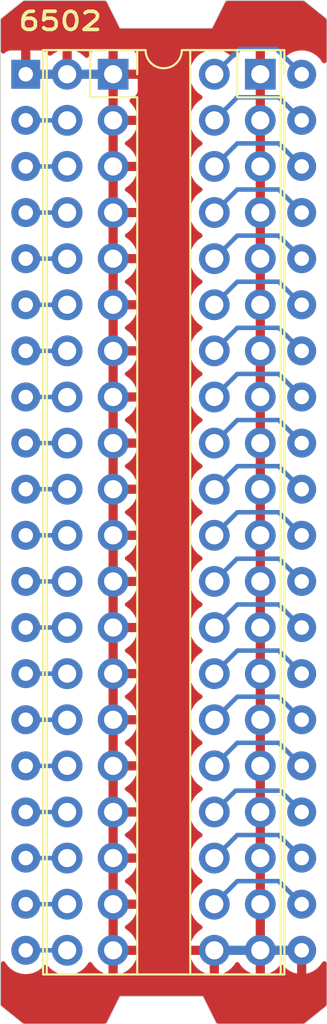
<source format=kicad_pcb>
(kicad_pcb (version 20240108) (generator "pcbnew") (generator_version "8.0")
  (layers (0 "F.Cu" signal) (31 "B.Cu" signal) (34 "B.Paste" user) (35 "F.Paste" user) (36 "B.SilkS" user "B.Silkscreen") (37 "F.SilkS" user "F.Silkscreen") (38 "B.Mask" user) (39 "F.Mask" user) (44 "Edge.Cuts" user))
  (net 0 "")
  (net 1 "Net-(J2-Pin_29)")
  (net 2 "Net-(J1-Pin_4)")
  (net 3 "Net-(J1-Pin_6)")
  (net 4 "Net-(J1-Pin_8)")
  (net 5 "Net-(J1-Pin_10)")
  (net 6 "Net-(J1-Pin_12)")
  (net 7 "Net-(J1-Pin_14)")
  (net 8 "Net-(J1-Pin_16)")
  (net 9 "Net-(J1-Pin_18)")
  (net 10 "GND")
  (net 11 "Net-(J1-Pin_20)")
  (net 12 "Net-(J1-Pin_22)")
  (net 13 "Net-(J1-Pin_24)")
  (net 14 "Net-(J1-Pin_26)")
  (net 15 "Net-(J1-Pin_28)")
  (net 16 "Net-(J1-Pin_30)")
  (net 17 "Net-(J1-Pin_32)")
  (net 18 "Net-(J1-Pin_34)")
  (net 19 "Net-(J1-Pin_36)")
  (net 20 "Net-(J1-Pin_38)")
  (net 21 "Net-(J1-Pin_40)")
  (net 22 "Net-(J2-Pin_40)")
  (net 23 "Net-(J2-Pin_39)")
  (net 24 "Net-(J2-Pin_38)")
  (net 25 "Net-(J2-Pin_37)")
  (net 26 "Net-(J2-Pin_36)")
  (net 27 "Net-(J2-Pin_35)")
  (net 28 "Net-(J2-Pin_34)")
  (net 29 "Net-(J2-Pin_33)")
  (net 30 "Net-(J2-Pin_32)")
  (net 31 "Net-(J2-Pin_31)")
  (net 32 "Net-(J2-Pin_30)")
  (net 33 "Net-(J2-Pin_28)")
  (net 34 "Net-(J2-Pin_27)")
  (net 35 "Net-(J2-Pin_26)")
  (net 36 "Net-(J2-Pin_25)")
  (net 37 "Net-(J2-Pin_24)")
  (net 38 "Net-(J2-Pin_23)")
  (net 39 "Net-(J2-Pin_22)")
  (footprint "Connector_PinSocket_2.54mm:PinSocket_2x20_P2.54mm_Vertical" (layer "F.Cu") (at 126.873 57.912)
    (property "Reference" "J1" (hide yes))
    (property "Value" "40PIN1" (hide yes))
    (fp_line (start -3.87 -1.33) (end -3.87 49.59) (stroke (width 0.12)) (layer "F.SilkS"))
    (fp_line (start -3.87 -1.33) (end -1.27 -1.33) (stroke (width 0.12)) (layer "F.SilkS"))
    (fp_line (start -3.87 49.59) (end 1.33 49.59) (stroke (width 0.12)) (layer "F.SilkS"))
    (fp_line (start -1.27 -1.33) (end -1.27 1.27) (stroke (width 0.12)) (layer "F.SilkS"))
    (fp_line (start -1.27 1.27) (end 1.33 1.27) (stroke (width 0.12)) (layer "F.SilkS"))
    (fp_line (start 0 -1.33) (end 1.33 -1.33) (stroke (width 0.12)) (layer "F.SilkS"))
    (fp_line (start 1.33 -1.33) (end 1.33 0) (stroke (width 0.12)) (layer "F.SilkS"))
    (fp_line (start 1.33 1.27) (end 1.33 49.59) (stroke (width 0.12)) (layer "F.SilkS"))
    (pad "1" thru_hole rect (at 0 0) (size 1.7 1.7) (drill 1) (layers "*.Cu" "*.Mask") (net 10 "GND"))
    (pad "2" thru_hole oval (at -2.54 0) (size 1.7 1.7) (drill 1) (layers "*.Cu" "*.Mask") (net 10 "GND"))
    (pad "3" thru_hole oval (at 0 2.54) (size 1.7 1.7) (drill 1) (layers "*.Cu" "*.Mask") (net 10 "GND"))
    (pad "4" thru_hole oval (at -2.54 2.54) (size 1.7 1.7) (drill 1) (layers "*.Cu" "*.Mask") (net 2 "Net-(J1-Pin_4)"))
    (pad "5" thru_hole oval (at 0 5.08) (size 1.7 1.7) (drill 1) (layers "*.Cu" "*.Mask") (net 10 "GND"))
    (pad "6" thru_hole oval (at -2.54 5.08) (size 1.7 1.7) (drill 1) (layers "*.Cu" "*.Mask") (net 3 "Net-(J1-Pin_6)"))
    (pad "7" thru_hole oval (at 0 7.62) (size 1.7 1.7) (drill 1) (layers "*.Cu" "*.Mask") (net 10 "GND"))
    (pad "8" thru_hole oval (at -2.54 7.62) (size 1.7 1.7) (drill 1) (layers "*.Cu" "*.Mask") (net 4 "Net-(J1-Pin_8)"))
    (pad "9" thru_hole oval (at 0 10.16) (size 1.7 1.7) (drill 1) (layers "*.Cu" "*.Mask") (net 10 "GND"))
    (pad "10" thru_hole oval (at -2.54 10.16) (size 1.7 1.7) (drill 1) (layers "*.Cu" "*.Mask") (net 5 "Net-(J1-Pin_10)"))
    (pad "11" thru_hole oval (at 0 12.7) (size 1.7 1.7) (drill 1) (layers "*.Cu" "*.Mask") (net 10 "GND"))
    (pad "12" thru_hole oval (at -2.54 12.7) (size 1.7 1.7) (drill 1) (layers "*.Cu" "*.Mask") (net 6 "Net-(J1-Pin_12)"))
    (pad "13" thru_hole oval (at 0 15.24) (size 1.7 1.7) (drill 1) (layers "*.Cu" "*.Mask") (net 10 "GND"))
    (pad "14" thru_hole oval (at -2.54 15.24) (size 1.7 1.7) (drill 1) (layers "*.Cu" "*.Mask") (net 7 "Net-(J1-Pin_14)"))
    (pad "15" thru_hole oval (at 0 17.78) (size 1.7 1.7) (drill 1) (layers "*.Cu" "*.Mask") (net 10 "GND"))
    (pad "16" thru_hole oval (at -2.54 17.78) (size 1.7 1.7) (drill 1) (layers "*.Cu" "*.Mask") (net 8 "Net-(J1-Pin_16)"))
    (pad "17" thru_hole oval (at 0 20.32) (size 1.7 1.7) (drill 1) (layers "*.Cu" "*.Mask") (net 10 "GND"))
    (pad "18" thru_hole oval (at -2.54 20.32) (size 1.7 1.7) (drill 1) (layers "*.Cu" "*.Mask") (net 9 "Net-(J1-Pin_18)"))
    (pad "19" thru_hole oval (at 0 22.86) (size 1.7 1.7) (drill 1) (layers "*.Cu" "*.Mask") (net 10 "GND"))
    (pad "20" thru_hole oval (at -2.54 22.86) (size 1.7 1.7) (drill 1) (layers "*.Cu" "*.Mask") (net 11 "Net-(J1-Pin_20)"))
    (pad "21" thru_hole oval (at 0 25.4) (size 1.7 1.7) (drill 1) (layers "*.Cu" "*.Mask") (net 10 "GND"))
    (pad "22" thru_hole oval (at -2.54 25.4) (size 1.7 1.7) (drill 1) (layers "*.Cu" "*.Mask") (net 12 "Net-(J1-Pin_22)"))
    (pad "23" thru_hole oval (at 0 27.94) (size 1.7 1.7) (drill 1) (layers "*.Cu" "*.Mask") (net 10 "GND"))
    (pad "24" thru_hole oval (at -2.54 27.94) (size 1.7 1.7) (drill 1) (layers "*.Cu" "*.Mask") (net 13 "Net-(J1-Pin_24)"))
    (pad "25" thru_hole oval (at 0 30.48) (size 1.7 1.7) (drill 1) (layers "*.Cu" "*.Mask") (net 10 "GND"))
    (pad "26" thru_hole oval (at -2.54 30.48) (size 1.7 1.7) (drill 1) (layers "*.Cu" "*.Mask") (net 14 "Net-(J1-Pin_26)"))
    (pad "27" thru_hole oval (at 0 33.02) (size 1.7 1.7) (drill 1) (layers "*.Cu" "*.Mask") (net 10 "GND"))
    (pad "28" thru_hole oval (at -2.54 33.02) (size 1.7 1.7) (drill 1) (layers "*.Cu" "*.Mask") (net 15 "Net-(J1-Pin_28)"))
    (pad "29" thru_hole oval (at 0 35.56) (size 1.7 1.7) (drill 1) (layers "*.Cu" "*.Mask") (net 10 "GND"))
    (pad "30" thru_hole oval (at -2.54 35.56) (size 1.7 1.7) (drill 1) (layers "*.Cu" "*.Mask") (net 16 "Net-(J1-Pin_30)"))
    (pad "31" thru_hole oval (at 0 38.1) (size 1.7 1.7) (drill 1) (layers "*.Cu" "*.Mask") (net 10 "GND"))
    (pad "32" thru_hole oval (at -2.54 38.1) (size 1.7 1.7) (drill 1) (layers "*.Cu" "*.Mask") (net 17 "Net-(J1-Pin_32)"))
    (pad "33" thru_hole oval (at 0 40.64) (size 1.7 1.7) (drill 1) (layers "*.Cu" "*.Mask") (net 10 "GND"))
    (pad "34" thru_hole oval (at -2.54 40.64) (size 1.7 1.7) (drill 1) (layers "*.Cu" "*.Mask") (net 18 "Net-(J1-Pin_34)"))
    (pad "35" thru_hole oval (at 0 43.18) (size 1.7 1.7) (drill 1) (layers "*.Cu" "*.Mask") (net 10 "GND"))
    (pad "36" thru_hole oval (at -2.54 43.18) (size 1.7 1.7) (drill 1) (layers "*.Cu" "*.Mask") (net 19 "Net-(J1-Pin_36)"))
    (pad "37" thru_hole oval (at 0 45.72) (size 1.7 1.7) (drill 1) (layers "*.Cu" "*.Mask") (net 10 "GND"))
    (pad "38" thru_hole oval (at -2.54 45.72) (size 1.7 1.7) (drill 1) (layers "*.Cu" "*.Mask") (net 20 "Net-(J1-Pin_38)"))
    (pad "39" thru_hole oval (at 0 48.26) (size 1.7 1.7) (drill 1) (layers "*.Cu" "*.Mask") (net 10 "GND"))
    (pad "40" thru_hole oval (at -2.54 48.26) (size 1.7 1.7) (drill 1) (layers "*.Cu" "*.Mask") (net 21 "Net-(J1-Pin_40)"))
  )
  (footprint "Connector_PinSocket_2.54mm:PinSocket_2x20_P2.54mm_Vertical" (layer "F.Cu") (at 135.001 57.912)
    (property "Reference" "J3" (hide yes))
    (property "Value" "40PIN2" (hide yes))
    (fp_line (start -3.87 -1.33) (end -3.87 49.59) (stroke (width 0.12)) (layer "F.SilkS"))
    (fp_line (start -3.87 -1.33) (end -1.27 -1.33) (stroke (width 0.12)) (layer "F.SilkS"))
    (fp_line (start -3.87 49.59) (end 1.33 49.59) (stroke (width 0.12)) (layer "F.SilkS"))
    (fp_line (start -1.27 -1.33) (end -1.27 1.27) (stroke (width 0.12)) (layer "F.SilkS"))
    (fp_line (start -1.27 1.27) (end 1.33 1.27) (stroke (width 0.12)) (layer "F.SilkS"))
    (fp_line (start 0 -1.33) (end 1.33 -1.33) (stroke (width 0.12)) (layer "F.SilkS"))
    (fp_line (start 1.33 -1.33) (end 1.33 0) (stroke (width 0.12)) (layer "F.SilkS"))
    (fp_line (start 1.33 1.27) (end 1.33 49.59) (stroke (width 0.12)) (layer "F.SilkS"))
    (pad "1" thru_hole rect (at 0 0) (size 1.7 1.7) (drill 1) (layers "*.Cu" "*.Mask") (net 10 "GND"))
    (pad "2" thru_hole oval (at -2.54 0) (size 1.7 1.7) (drill 1) (layers "*.Cu" "*.Mask") (net 22 "Net-(J2-Pin_40)"))
    (pad "3" thru_hole oval (at 0 2.54) (size 1.7 1.7) (drill 1) (layers "*.Cu" "*.Mask") (net 10 "GND"))
    (pad "4" thru_hole oval (at -2.54 2.54) (size 1.7 1.7) (drill 1) (layers "*.Cu" "*.Mask") (net 23 "Net-(J2-Pin_39)"))
    (pad "5" thru_hole oval (at 0 5.08) (size 1.7 1.7) (drill 1) (layers "*.Cu" "*.Mask") (net 10 "GND"))
    (pad "6" thru_hole oval (at -2.54 5.08) (size 1.7 1.7) (drill 1) (layers "*.Cu" "*.Mask") (net 24 "Net-(J2-Pin_38)"))
    (pad "7" thru_hole oval (at 0 7.62) (size 1.7 1.7) (drill 1) (layers "*.Cu" "*.Mask") (net 10 "GND"))
    (pad "8" thru_hole oval (at -2.54 7.62) (size 1.7 1.7) (drill 1) (layers "*.Cu" "*.Mask") (net 25 "Net-(J2-Pin_37)"))
    (pad "9" thru_hole oval (at 0 10.16) (size 1.7 1.7) (drill 1) (layers "*.Cu" "*.Mask") (net 10 "GND"))
    (pad "10" thru_hole oval (at -2.54 10.16) (size 1.7 1.7) (drill 1) (layers "*.Cu" "*.Mask") (net 26 "Net-(J2-Pin_36)"))
    (pad "11" thru_hole oval (at 0 12.7) (size 1.7 1.7) (drill 1) (layers "*.Cu" "*.Mask") (net 10 "GND"))
    (pad "12" thru_hole oval (at -2.54 12.7) (size 1.7 1.7) (drill 1) (layers "*.Cu" "*.Mask") (net 27 "Net-(J2-Pin_35)"))
    (pad "13" thru_hole oval (at 0 15.24) (size 1.7 1.7) (drill 1) (layers "*.Cu" "*.Mask") (net 10 "GND"))
    (pad "14" thru_hole oval (at -2.54 15.24) (size 1.7 1.7) (drill 1) (layers "*.Cu" "*.Mask") (net 28 "Net-(J2-Pin_34)"))
    (pad "15" thru_hole oval (at 0 17.78) (size 1.7 1.7) (drill 1) (layers "*.Cu" "*.Mask") (net 10 "GND"))
    (pad "16" thru_hole oval (at -2.54 17.78) (size 1.7 1.7) (drill 1) (layers "*.Cu" "*.Mask") (net 29 "Net-(J2-Pin_33)"))
    (pad "17" thru_hole oval (at 0 20.32) (size 1.7 1.7) (drill 1) (layers "*.Cu" "*.Mask") (net 10 "GND"))
    (pad "18" thru_hole oval (at -2.54 20.32) (size 1.7 1.7) (drill 1) (layers "*.Cu" "*.Mask") (net 30 "Net-(J2-Pin_32)"))
    (pad "19" thru_hole oval (at 0 22.86) (size 1.7 1.7) (drill 1) (layers "*.Cu" "*.Mask") (net 10 "GND"))
    (pad "20" thru_hole oval (at -2.54 22.86) (size 1.7 1.7) (drill 1) (layers "*.Cu" "*.Mask") (net 31 "Net-(J2-Pin_31)"))
    (pad "21" thru_hole oval (at 0 25.4) (size 1.7 1.7) (drill 1) (layers "*.Cu" "*.Mask") (net 10 "GND"))
    (pad "22" thru_hole oval (at -2.54 25.4) (size 1.7 1.7) (drill 1) (layers "*.Cu" "*.Mask") (net 32 "Net-(J2-Pin_30)"))
    (pad "23" thru_hole oval (at 0 27.94) (size 1.7 1.7) (drill 1) (layers "*.Cu" "*.Mask") (net 10 "GND"))
    (pad "24" thru_hole oval (at -2.54 27.94) (size 1.7 1.7) (drill 1) (layers "*.Cu" "*.Mask") (net 1 "Net-(J2-Pin_29)"))
    (pad "25" thru_hole oval (at 0 30.48) (size 1.7 1.7) (drill 1) (layers "*.Cu" "*.Mask") (net 10 "GND"))
    (pad "26" thru_hole oval (at -2.54 30.48) (size 1.7 1.7) (drill 1) (layers "*.Cu" "*.Mask") (net 33 "Net-(J2-Pin_28)"))
    (pad "27" thru_hole oval (at 0 33.02) (size 1.7 1.7) (drill 1) (layers "*.Cu" "*.Mask") (net 10 "GND"))
    (pad "28" thru_hole oval (at -2.54 33.02) (size 1.7 1.7) (drill 1) (layers "*.Cu" "*.Mask") (net 34 "Net-(J2-Pin_27)"))
    (pad "29" thru_hole oval (at 0 35.56) (size 1.7 1.7) (drill 1) (layers "*.Cu" "*.Mask") (net 10 "GND"))
    (pad "30" thru_hole oval (at -2.54 35.56) (size 1.7 1.7) (drill 1) (layers "*.Cu" "*.Mask") (net 35 "Net-(J2-Pin_26)"))
    (pad "31" thru_hole oval (at 0 38.1) (size 1.7 1.7) (drill 1) (layers "*.Cu" "*.Mask") (net 10 "GND"))
    (pad "32" thru_hole oval (at -2.54 38.1) (size 1.7 1.7) (drill 1) (layers "*.Cu" "*.Mask") (net 36 "Net-(J2-Pin_25)"))
    (pad "33" thru_hole oval (at 0 40.64) (size 1.7 1.7) (drill 1) (layers "*.Cu" "*.Mask") (net 10 "GND"))
    (pad "34" thru_hole oval (at -2.54 40.64) (size 1.7 1.7) (drill 1) (layers "*.Cu" "*.Mask") (net 37 "Net-(J2-Pin_24)"))
    (pad "35" thru_hole oval (at 0 43.18) (size 1.7 1.7) (drill 1) (layers "*.Cu" "*.Mask") (net 10 "GND"))
    (pad "36" thru_hole oval (at -2.54 43.18) (size 1.7 1.7) (drill 1) (layers "*.Cu" "*.Mask") (net 38 "Net-(J2-Pin_23)"))
    (pad "37" thru_hole oval (at 0 45.72) (size 1.7 1.7) (drill 1) (layers "*.Cu" "*.Mask") (net 10 "GND"))
    (pad "38" thru_hole oval (at -2.54 45.72) (size 1.7 1.7) (drill 1) (layers "*.Cu" "*.Mask") (net 39 "Net-(J2-Pin_22)"))
    (pad "39" thru_hole oval (at 0 48.26) (size 1.7 1.7) (drill 1) (layers "*.Cu" "*.Mask") (net 10 "GND"))
    (pad "40" thru_hole oval (at -2.54 48.26) (size 1.7 1.7) (drill 1) (layers "*.Cu" "*.Mask") (net 10 "GND"))
  )
  (footprint "Package_DIP:DIP-40_W15.24mm" (layer "F.Cu") (at 122.047 57.912)
    (property "Reference" "J2" (hide yes))
    (property "Value" "UUT Connector" (hide yes))
    (fp_line (start 1.16 -1.33) (end 1.16 49.59) (stroke (width 0.12)) (layer "F.SilkS"))
    (fp_line (start 1.16 49.59) (end 14.08 49.59) (stroke (width 0.12)) (layer "F.SilkS"))
    (fp_line (start 6.62 -1.33) (end 1.16 -1.33) (stroke (width 0.12)) (layer "F.SilkS"))
    (fp_line (start 14.08 -1.33) (end 8.62 -1.33) (stroke (width 0.12)) (layer "F.SilkS"))
    (fp_line (start 14.08 49.59) (end 14.08 -1.33) (stroke (width 0.12)) (layer "F.SilkS"))
    (fp_arc (start 8.62 -1.33) (mid 7.62 -0.33) (end 6.62 -1.33) (stroke (width 0.12)) (layer "F.SilkS"))
    (pad "1" thru_hole rect (at 0 0) (size 1.6 1.6) (drill 0.8) (layers "*.Cu" "*.Mask") (net 10 "GND"))
    (pad "2" thru_hole oval (at 0 2.54) (size 1.6 1.6) (drill 0.8) (layers "*.Cu" "*.Mask") (net 2 "Net-(J1-Pin_4)"))
    (pad "3" thru_hole oval (at 0 5.08) (size 1.6 1.6) (drill 0.8) (layers "*.Cu" "*.Mask") (net 3 "Net-(J1-Pin_6)"))
    (pad "4" thru_hole oval (at 0 7.62) (size 1.6 1.6) (drill 0.8) (layers "*.Cu" "*.Mask") (net 4 "Net-(J1-Pin_8)"))
    (pad "5" thru_hole oval (at 0 10.16) (size 1.6 1.6) (drill 0.8) (layers "*.Cu" "*.Mask") (net 5 "Net-(J1-Pin_10)"))
    (pad "6" thru_hole oval (at 0 12.7) (size 1.6 1.6) (drill 0.8) (layers "*.Cu" "*.Mask") (net 6 "Net-(J1-Pin_12)"))
    (pad "7" thru_hole oval (at 0 15.24) (size 1.6 1.6) (drill 0.8) (layers "*.Cu" "*.Mask") (net 7 "Net-(J1-Pin_14)"))
    (pad "8" thru_hole oval (at 0 17.78) (size 1.6 1.6) (drill 0.8) (layers "*.Cu" "*.Mask") (net 8 "Net-(J1-Pin_16)"))
    (pad "9" thru_hole oval (at 0 20.32) (size 1.6 1.6) (drill 0.8) (layers "*.Cu" "*.Mask") (net 9 "Net-(J1-Pin_18)"))
    (pad "10" thru_hole oval (at 0 22.86) (size 1.6 1.6) (drill 0.8) (layers "*.Cu" "*.Mask") (net 11 "Net-(J1-Pin_20)"))
    (pad "11" thru_hole oval (at 0 25.4) (size 1.6 1.6) (drill 0.8) (layers "*.Cu" "*.Mask") (net 12 "Net-(J1-Pin_22)"))
    (pad "12" thru_hole oval (at 0 27.94) (size 1.6 1.6) (drill 0.8) (layers "*.Cu" "*.Mask") (net 13 "Net-(J1-Pin_24)"))
    (pad "13" thru_hole oval (at 0 30.48) (size 1.6 1.6) (drill 0.8) (layers "*.Cu" "*.Mask") (net 14 "Net-(J1-Pin_26)"))
    (pad "14" thru_hole oval (at 0 33.02) (size 1.6 1.6) (drill 0.8) (layers "*.Cu" "*.Mask") (net 15 "Net-(J1-Pin_28)"))
    (pad "15" thru_hole oval (at 0 35.56) (size 1.6 1.6) (drill 0.8) (layers "*.Cu" "*.Mask") (net 16 "Net-(J1-Pin_30)"))
    (pad "16" thru_hole oval (at 0 38.1) (size 1.6 1.6) (drill 0.8) (layers "*.Cu" "*.Mask") (net 17 "Net-(J1-Pin_32)"))
    (pad "17" thru_hole oval (at 0 40.64) (size 1.6 1.6) (drill 0.8) (layers "*.Cu" "*.Mask") (net 18 "Net-(J1-Pin_34)"))
    (pad "18" thru_hole oval (at 0 43.18) (size 1.6 1.6) (drill 0.8) (layers "*.Cu" "*.Mask") (net 19 "Net-(J1-Pin_36)"))
    (pad "19" thru_hole oval (at 0 45.72) (size 1.6 1.6) (drill 0.8) (layers "*.Cu" "*.Mask") (net 20 "Net-(J1-Pin_38)"))
    (pad "20" thru_hole oval (at 0 48.26) (size 1.6 1.6) (drill 0.8) (layers "*.Cu" "*.Mask") (net 21 "Net-(J1-Pin_40)"))
    (pad "21" thru_hole oval (at 15.24 48.26) (size 1.6 1.6) (drill 0.8) (layers "*.Cu" "*.Mask") (net 10 "GND"))
    (pad "22" thru_hole oval (at 15.24 45.72) (size 1.6 1.6) (drill 0.8) (layers "*.Cu" "*.Mask") (net 39 "Net-(J2-Pin_22)"))
    (pad "23" thru_hole oval (at 15.24 43.18) (size 1.6 1.6) (drill 0.8) (layers "*.Cu" "*.Mask") (net 38 "Net-(J2-Pin_23)"))
    (pad "24" thru_hole oval (at 15.24 40.64) (size 1.6 1.6) (drill 0.8) (layers "*.Cu" "*.Mask") (net 37 "Net-(J2-Pin_24)"))
    (pad "25" thru_hole oval (at 15.24 38.1) (size 1.6 1.6) (drill 0.8) (layers "*.Cu" "*.Mask") (net 36 "Net-(J2-Pin_25)"))
    (pad "26" thru_hole oval (at 15.24 35.56) (size 1.6 1.6) (drill 0.8) (layers "*.Cu" "*.Mask") (net 35 "Net-(J2-Pin_26)"))
    (pad "27" thru_hole oval (at 15.24 33.02) (size 1.6 1.6) (drill 0.8) (layers "*.Cu" "*.Mask") (net 34 "Net-(J2-Pin_27)"))
    (pad "28" thru_hole oval (at 15.24 30.48) (size 1.6 1.6) (drill 0.8) (layers "*.Cu" "*.Mask") (net 33 "Net-(J2-Pin_28)"))
    (pad "29" thru_hole oval (at 15.24 27.94) (size 1.6 1.6) (drill 0.8) (layers "*.Cu" "*.Mask") (net 1 "Net-(J2-Pin_29)"))
    (pad "30" thru_hole oval (at 15.24 25.4) (size 1.6 1.6) (drill 0.8) (layers "*.Cu" "*.Mask") (net 32 "Net-(J2-Pin_30)"))
    (pad "31" thru_hole oval (at 15.24 22.86) (size 1.6 1.6) (drill 0.8) (layers "*.Cu" "*.Mask") (net 31 "Net-(J2-Pin_31)"))
    (pad "32" thru_hole oval (at 15.24 20.32) (size 1.6 1.6) (drill 0.8) (layers "*.Cu" "*.Mask") (net 30 "Net-(J2-Pin_32)"))
    (pad "33" thru_hole oval (at 15.24 17.78) (size 1.6 1.6) (drill 0.8) (layers "*.Cu" "*.Mask") (net 29 "Net-(J2-Pin_33)"))
    (pad "34" thru_hole oval (at 15.24 15.24) (size 1.6 1.6) (drill 0.8) (layers "*.Cu" "*.Mask") (net 28 "Net-(J2-Pin_34)"))
    (pad "35" thru_hole oval (at 15.24 12.7) (size 1.6 1.6) (drill 0.8) (layers "*.Cu" "*.Mask") (net 27 "Net-(J2-Pin_35)"))
    (pad "36" thru_hole oval (at 15.24 10.16) (size 1.6 1.6) (drill 0.8) (layers "*.Cu" "*.Mask") (net 26 "Net-(J2-Pin_36)"))
    (pad "37" thru_hole oval (at 15.24 7.62) (size 1.6 1.6) (drill 0.8) (layers "*.Cu" "*.Mask") (net 25 "Net-(J2-Pin_37)"))
    (pad "38" thru_hole oval (at 15.24 5.08) (size 1.6 1.6) (drill 0.8) (layers "*.Cu" "*.Mask") (net 24 "Net-(J2-Pin_38)"))
    (pad "39" thru_hole oval (at 15.24 2.54) (size 1.6 1.6) (drill 0.8) (layers "*.Cu" "*.Mask") (net 23 "Net-(J2-Pin_39)"))
    (pad "40" thru_hole oval (at 15.24 0) (size 1.6 1.6) (drill 0.8) (layers "*.Cu" "*.Mask") (net 22 "Net-(J2-Pin_40)"))
  )
  (gr_line (start 126.492 53.848) (end 127.254 55.372) (stroke (width 0.05)) (layer "Edge.Cuts"))
  (gr_line (start 120.65 54.864) (end 121.92 53.848) (stroke (width 0.05)) (layer "Edge.Cuts"))
  (gr_line (start 137.414 53.848) (end 138.684 54.864) (stroke (width 0.05)) (layer "Edge.Cuts"))
  (gr_line (start 132.334 55.372) (end 133.096 53.848) (stroke (width 0.05)) (layer "Edge.Cuts"))
  (gr_line (start 137.414 110.236) (end 132.588 110.236) (stroke (width 0.05)) (layer "Edge.Cuts"))
  (gr_line (start 127.254 108.712) (end 126.492 110.236) (stroke (width 0.05)) (layer "Edge.Cuts"))
  (gr_line (start 121.92 110.236) (end 120.65 109.22) (stroke (width 0.05)) (layer "Edge.Cuts"))
  (gr_line (start 138.684 109.22) (end 137.414 110.236) (stroke (width 0.05)) (layer "Edge.Cuts"))
  (gr_line (start 131.826 108.712) (end 127.254 108.712) (stroke (width 0.05)) (layer "Edge.Cuts"))
  (gr_line (start 132.588 110.236) (end 131.826 108.712) (stroke (width 0.05)) (layer "Edge.Cuts"))
  (gr_line (start 126.492 110.236) (end 121.92 110.236) (stroke (width 0.05)) (layer "Edge.Cuts"))
  (gr_line (start 138.684 109.22) (end 138.684 54.864) (stroke (width 0.05)) (layer "Edge.Cuts"))
  (gr_line (start 120.65 54.864) (end 120.65 109.22) (stroke (width 0.05)) (layer "Edge.Cuts"))
  (gr_line (start 127.254 55.372) (end 132.334 55.372) (stroke (width 0.05)) (layer "Edge.Cuts"))
  (gr_line (start 133.096 53.848) (end 137.414 53.848) (stroke (width 0.05)) (layer "Edge.Cuts"))
  (gr_line (start 121.92 53.848) (end 126.492 53.848) (stroke (width 0.05)) (layer "Edge.Cuts"))
  (gr_text "6502" (at 123.952 54.991 0) (layer "F.SilkS") (effects (font (size 1 1.2) (thickness 0.2))))
  (segment (start 133.713 84.6) (end 136.035 84.6) (width 0.25) (layer "B.Cu") (net 1))
  (segment (start 132.461 85.852) (end 133.713 84.6) (width 0.25) (layer "B.Cu") (net 1))
  (segment (start 136.035 84.6) (end 137.287 85.852) (width 0.25) (layer "B.Cu") (net 1))
  (segment (start 122.047 60.452) (end 124.333 60.452) (width 0.25) (layer "B.Cu") (net 2))
  (segment (start 122.047 62.992) (end 124.333 62.992) (width 0.25) (layer "B.Cu") (net 3))
  (segment (start 122.047 65.532) (end 124.333 65.532) (width 0.25) (layer "B.Cu") (net 4))
  (segment (start 122.047 68.072) (end 124.333 68.072) (width 0.25) (layer "B.Cu") (net 5))
  (segment (start 122.047 70.612) (end 124.333 70.612) (width 0.25) (layer "B.Cu") (net 6))
  (segment (start 122.047 73.152) (end 124.333 73.152) (width 0.25) (layer "B.Cu") (net 7))
  (segment (start 122.047 75.692) (end 124.333 75.692) (width 0.25) (layer "B.Cu") (net 8))
  (segment (start 122.047 78.232) (end 124.333 78.232) (width 0.25) (layer "B.Cu") (net 9))
  (segment (start 135.001 106.172) (end 137.287 106.172) (width 0.5) (layer "B.Cu") (net 10))
  (segment (start 132.461 106.172) (end 135.001 106.172) (width 0.5) (layer "B.Cu") (net 10))
  (segment (start 124.333 57.912) (end 126.873 57.912) (width 0.5) (layer "B.Cu") (net 10))
  (segment (start 122.047 57.912) (end 124.333 57.912) (width 0.5) (layer "B.Cu") (net 10))
  (segment (start 122.047 80.772) (end 124.333 80.772) (width 0.25) (layer "B.Cu") (net 11))
  (segment (start 122.047 83.312) (end 124.333 83.312) (width 0.25) (layer "B.Cu") (net 12))
  (segment (start 122.047 85.852) (end 124.333 85.852) (width 0.25) (layer "B.Cu") (net 13))
  (segment (start 122.047 88.392) (end 124.333 88.392) (width 0.25) (layer "B.Cu") (net 14))
  (segment (start 122.047 90.932) (end 124.333 90.932) (width 0.25) (layer "B.Cu") (net 15))
  (segment (start 122.047 93.472) (end 124.333 93.472) (width 0.25) (layer "B.Cu") (net 16))
  (segment (start 122.047 96.012) (end 124.333 96.012) (width 0.25) (layer "B.Cu") (net 17))
  (segment (start 122.047 98.552) (end 124.333 98.552) (width 0.25) (layer "B.Cu") (net 18))
  (segment (start 122.047 101.092) (end 124.333 101.092) (width 0.25) (layer "B.Cu") (net 19))
  (segment (start 122.047 103.632) (end 124.333 103.632) (width 0.25) (layer "B.Cu") (net 20))
  (segment (start 124.333 106.172) (end 122.047 106.172) (width 0.25) (layer "B.Cu") (net 21))
  (segment (start 133.858 56.515) (end 135.89 56.515) (width 0.25) (layer "B.Cu") (net 22))
  (segment (start 135.89 56.515) (end 137.287 57.912) (width 0.25) (layer "B.Cu") (net 22))
  (segment (start 132.461 57.912) (end 133.858 56.515) (width 0.25) (layer "B.Cu") (net 22))
  (segment (start 133.731 59.182) (end 136.017 59.182) (width 0.25) (layer "B.Cu") (net 23))
  (segment (start 132.461 60.452) (end 133.731 59.182) (width 0.25) (layer "B.Cu") (net 23))
  (segment (start 136.017 59.182) (end 137.287 60.452) (width 0.25) (layer "B.Cu") (net 23))
  (segment (start 132.461 62.992) (end 133.731 61.722) (width 0.25) (layer "B.Cu") (net 24))
  (segment (start 136.017 61.722) (end 137.287 62.992) (width 0.25) (layer "B.Cu") (net 24))
  (segment (start 133.731 61.722) (end 136.017 61.722) (width 0.25) (layer "B.Cu") (net 24))
  (segment (start 132.461 65.532) (end 133.731 64.262) (width 0.25) (layer "B.Cu") (net 25))
  (segment (start 133.731 64.262) (end 136.017 64.262) (width 0.25) (layer "B.Cu") (net 25))
  (segment (start 136.017 64.262) (end 137.287 65.532) (width 0.25) (layer "B.Cu") (net 25))
  (segment (start 133.731 66.802) (end 136.017 66.802) (width 0.25) (layer "B.Cu") (net 26))
  (segment (start 132.461 68.072) (end 133.731 66.802) (width 0.25) (layer "B.Cu") (net 26))
  (segment (start 136.017 66.802) (end 137.287 68.072) (width 0.25) (layer "B.Cu") (net 26))
  (segment (start 136.017 69.342) (end 137.287 70.612) (width 0.25) (layer "B.Cu") (net 27))
  (segment (start 133.731 69.342) (end 136.017 69.342) (width 0.25) (layer "B.Cu") (net 27))
  (segment (start 132.461 70.612) (end 133.731 69.342) (width 0.25) (layer "B.Cu") (net 27))
  (segment (start 133.731 71.882) (end 136.017 71.882) (width 0.25) (layer "B.Cu") (net 28))
  (segment (start 132.461 73.152) (end 133.731 71.882) (width 0.25) (layer "B.Cu") (net 28))
  (segment (start 136.017 71.882) (end 137.287 73.152) (width 0.25) (layer "B.Cu") (net 28))
  (segment (start 133.731 74.422) (end 136.017 74.422) (width 0.25) (layer "B.Cu") (net 29))
  (segment (start 136.017 74.422) (end 137.287 75.692) (width 0.25) (layer "B.Cu") (net 29))
  (segment (start 132.461 75.692) (end 133.731 74.422) (width 0.25) (layer "B.Cu") (net 29))
  (segment (start 136.017 76.962) (end 137.287 78.232) (width 0.25) (layer "B.Cu") (net 30))
  (segment (start 133.731 76.962) (end 136.017 76.962) (width 0.25) (layer "B.Cu") (net 30))
  (segment (start 132.461 78.232) (end 133.731 76.962) (width 0.25) (layer "B.Cu") (net 30))
  (segment (start 132.461 80.772) (end 133.731 79.502) (width 0.25) (layer "B.Cu") (net 31))
  (segment (start 136.017 79.502) (end 137.287 80.772) (width 0.25) (layer "B.Cu") (net 31))
  (segment (start 133.731 79.502) (end 136.017 79.502) (width 0.25) (layer "B.Cu") (net 31))
  (segment (start 136.017 82.042) (end 137.287 83.312) (width 0.25) (layer "B.Cu") (net 32))
  (segment (start 133.731 82.042) (end 136.017 82.042) (width 0.25) (layer "B.Cu") (net 32))
  (segment (start 132.461 83.312) (end 133.731 82.042) (width 0.25) (layer "B.Cu") (net 32))
  (segment (start 132.461 88.392) (end 133.731 87.122) (width 0.25) (layer "B.Cu") (net 33))
  (segment (start 136.017 87.122) (end 137.287 88.392) (width 0.25) (layer "B.Cu") (net 33))
  (segment (start 133.731 87.122) (end 136.017 87.122) (width 0.25) (layer "B.Cu") (net 33))
  (segment (start 136.017 89.662) (end 137.287 90.932) (width 0.25) (layer "B.Cu") (net 34))
  (segment (start 133.731 89.662) (end 136.017 89.662) (width 0.25) (layer "B.Cu") (net 34))
  (segment (start 132.461 90.932) (end 133.731 89.662) (width 0.25) (layer "B.Cu") (net 34))
  (segment (start 132.461 93.472) (end 133.731 92.202) (width 0.25) (layer "B.Cu") (net 35))
  (segment (start 133.731 92.202) (end 136.017 92.202) (width 0.25) (layer "B.Cu") (net 35))
  (segment (start 136.017 92.202) (end 137.287 93.472) (width 0.25) (layer "B.Cu") (net 35))
  (segment (start 136.017 94.742) (end 137.287 96.012) (width 0.25) (layer "B.Cu") (net 36))
  (segment (start 132.461 96.012) (end 133.731 94.742) (width 0.25) (layer "B.Cu") (net 36))
  (segment (start 133.731 94.742) (end 136.017 94.742) (width 0.25) (layer "B.Cu") (net 36))
  (segment (start 133.636001 97.376999) (end 136.111999 97.376999) (width 0.25) (layer "B.Cu") (net 37))
  (segment (start 136.111999 97.376999) (end 137.287 98.552) (width 0.25) (layer "B.Cu") (net 37))
  (segment (start 132.461 98.552) (end 133.636001 97.376999) (width 0.25) (layer "B.Cu") (net 37))
  (segment (start 132.461 101.092) (end 133.731 99.822) (width 0.25) (layer "B.Cu") (net 38))
  (segment (start 133.731 99.822) (end 136.017 99.822) (width 0.25) (layer "B.Cu") (net 38))
  (segment (start 136.017 99.822) (end 137.287 101.092) (width 0.25) (layer "B.Cu") (net 38))
  (segment (start 132.461 103.632) (end 133.731 102.362) (width 0.25) (layer "B.Cu") (net 39))
  (segment (start 133.731 102.362) (end 136.017 102.362) (width 0.25) (layer "B.Cu") (net 39))
  (segment (start 136.017 102.362) (end 137.287 103.632) (width 0.25) (layer "B.Cu") (net 39))
  (zone (net 10) (net_name "GND") (layer "F.Cu") (connect_pads (clearance 0.508)) (min_thickness 0.254) (fill yes (thermal_gap 0.508) (thermal_bridge_width 0.508))
    (polygon (pts (xy 138.684 110.236) (xy 120.65 110.236) (xy 120.65 53.848) (xy 138.684 53.848)))
  )
)
</source>
